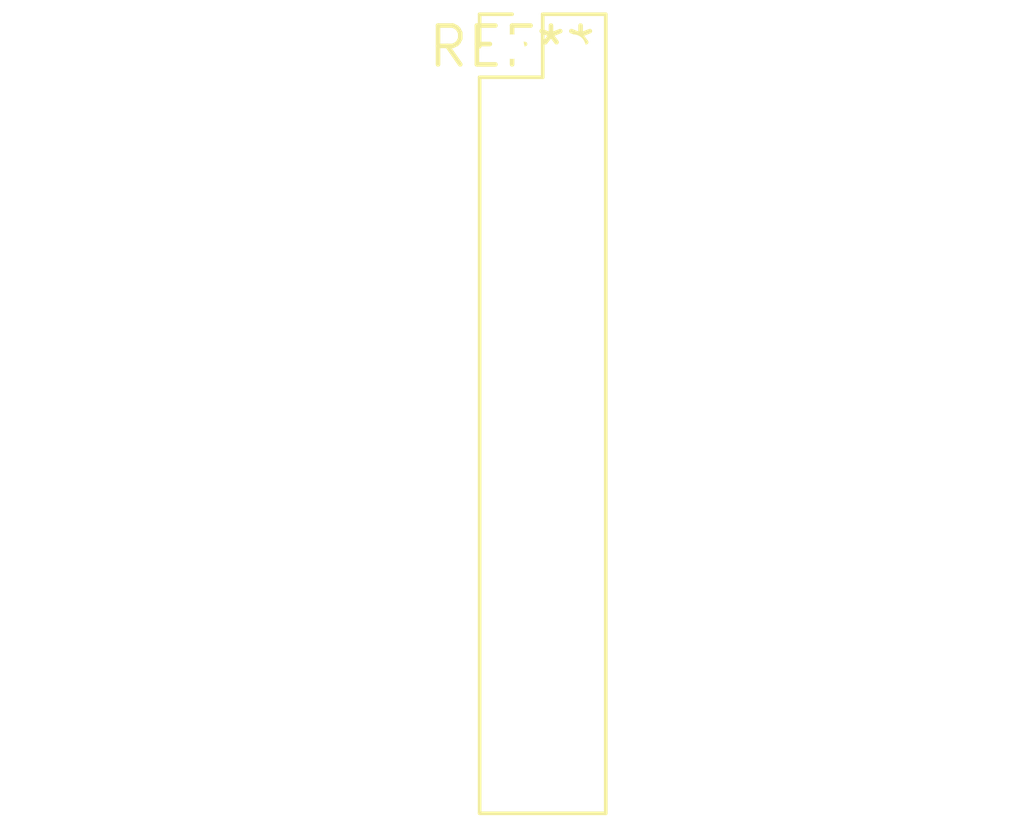
<source format=kicad_pcb>
(kicad_pcb (version 20240108) (generator pcbnew)
  (layers (0 "F.Cu" signal) (31 "B.Cu" signal) (34 "B.Paste" user) (35 "F.Paste" user) (36 "B.SilkS" user "B.Silkscreen") (37 "F.SilkS" user "F.Silkscreen") (38 "B.Mask" user) (39 "F.Mask" user) (44 "Edge.Cuts" user))
  (net 0 "")
  (footprint "PinHeader_2x13_P2.00mm_Vertical" (layer "F.Cu") (at 0 0)
    (property "Reference" "REF**")
    (property "Value" "PinHeader_2x13_P2.00mm_Vertical")
    (fp_line (start -1.06 -1.06) (end 0 -1.06) (layer "F.SilkS") (stroke (width 0.12)))
    (fp_line (start -1.06 0) (end -1.06 -1.06) (layer "F.SilkS") (stroke (width 0.12)))
    (fp_line (start -1.06 1) (end -1.06 25.06) (layer "F.SilkS") (stroke (width 0.12)))
    (fp_line (start -1.06 1) (end 1 1) (layer "F.SilkS") (stroke (width 0.12)))
    (fp_line (start -1.06 25.06) (end 3.06 25.06) (layer "F.SilkS") (stroke (width 0.12)))
    (fp_line (start 1 -1.06) (end 3.06 -1.06) (layer "F.SilkS") (stroke (width 0.12)))
    (fp_line (start 1 1) (end 1 -1.06) (layer "F.SilkS") (stroke (width 0.12)))
    (fp_line (start 3.06 -1.06) (end 3.06 25.06) (layer "F.SilkS") (stroke (width 0.12)))
    (pad "1" thru_hole rect (at 0 0) (size 1.35 1.35) (drill 0.8) (layers *.Cu *.Mask) (remove_unused_layers))
    (pad "2" thru_hole oval (at 2 0) (size 1.35 1.35) (drill 0.8) (layers *.Cu *.Mask) (remove_unused_layers))
    (pad "3" thru_hole oval (at 0 2) (size 1.35 1.35) (drill 0.8) (layers *.Cu *.Mask) (remove_unused_layers))
    (pad "4" thru_hole oval (at 2 2) (size 1.35 1.35) (drill 0.8) (layers *.Cu *.Mask) (remove_unused_layers))
    (pad "5" thru_hole oval (at 0 4) (size 1.35 1.35) (drill 0.8) (layers *.Cu *.Mask) (remove_unused_layers))
    (pad "6" thru_hole oval (at 2 4) (size 1.35 1.35) (drill 0.8) (layers *.Cu *.Mask) (remove_unused_layers))
    (pad "7" thru_hole oval (at 0 6) (size 1.35 1.35) (drill 0.8) (layers *.Cu *.Mask) (remove_unused_layers))
    (pad "8" thru_hole oval (at 2 6) (size 1.35 1.35) (drill 0.8) (layers *.Cu *.Mask) (remove_unused_layers))
    (pad "9" thru_hole oval (at 0 8) (size 1.35 1.35) (drill 0.8) (layers *.Cu *.Mask) (remove_unused_layers))
    (pad "10" thru_hole oval (at 2 8) (size 1.35 1.35) (drill 0.8) (layers *.Cu *.Mask) (remove_unused_layers))
    (pad "11" thru_hole oval (at 0 10) (size 1.35 1.35) (drill 0.8) (layers *.Cu *.Mask) (remove_unused_layers))
    (pad "12" thru_hole oval (at 2 10) (size 1.35 1.35) (drill 0.8) (layers *.Cu *.Mask) (remove_unused_layers))
    (pad "13" thru_hole oval (at 0 12) (size 1.35 1.35) (drill 0.8) (layers *.Cu *.Mask) (remove_unused_layers))
    (pad "14" thru_hole oval (at 2 12) (size 1.35 1.35) (drill 0.8) (layers *.Cu *.Mask) (remove_unused_layers))
    (pad "15" thru_hole oval (at 0 14) (size 1.35 1.35) (drill 0.8) (layers *.Cu *.Mask) (remove_unused_layers))
    (pad "16" thru_hole oval (at 2 14) (size 1.35 1.35) (drill 0.8) (layers *.Cu *.Mask) (remove_unused_layers))
    (pad "17" thru_hole oval (at 0 16) (size 1.35 1.35) (drill 0.8) (layers *.Cu *.Mask) (remove_unused_layers))
    (pad "18" thru_hole oval (at 2 16) (size 1.35 1.35) (drill 0.8) (layers *.Cu *.Mask) (remove_unused_layers))
    (pad "19" thru_hole oval (at 0 18) (size 1.35 1.35) (drill 0.8) (layers *.Cu *.Mask) (remove_unused_layers))
    (pad "20" thru_hole oval (at 2 18) (size 1.35 1.35) (drill 0.8) (layers *.Cu *.Mask) (remove_unused_layers))
    (pad "21" thru_hole oval (at 0 20) (size 1.35 1.35) (drill 0.8) (layers *.Cu *.Mask) (remove_unused_layers))
    (pad "22" thru_hole oval (at 2 20) (size 1.35 1.35) (drill 0.8) (layers *.Cu *.Mask) (remove_unused_layers))
    (pad "23" thru_hole oval (at 0 22) (size 1.35 1.35) (drill 0.8) (layers *.Cu *.Mask) (remove_unused_layers))
    (pad "24" thru_hole oval (at 2 22) (size 1.35 1.35) (drill 0.8) (layers *.Cu *.Mask) (remove_unused_layers))
    (pad "25" thru_hole oval (at 0 24) (size 1.35 1.35) (drill 0.8) (layers *.Cu *.Mask) (remove_unused_layers))
    (pad "26" thru_hole oval (at 2 24) (size 1.35 1.35) (drill 0.8) (layers *.Cu *.Mask) (remove_unused_layers))
  )
)
</source>
